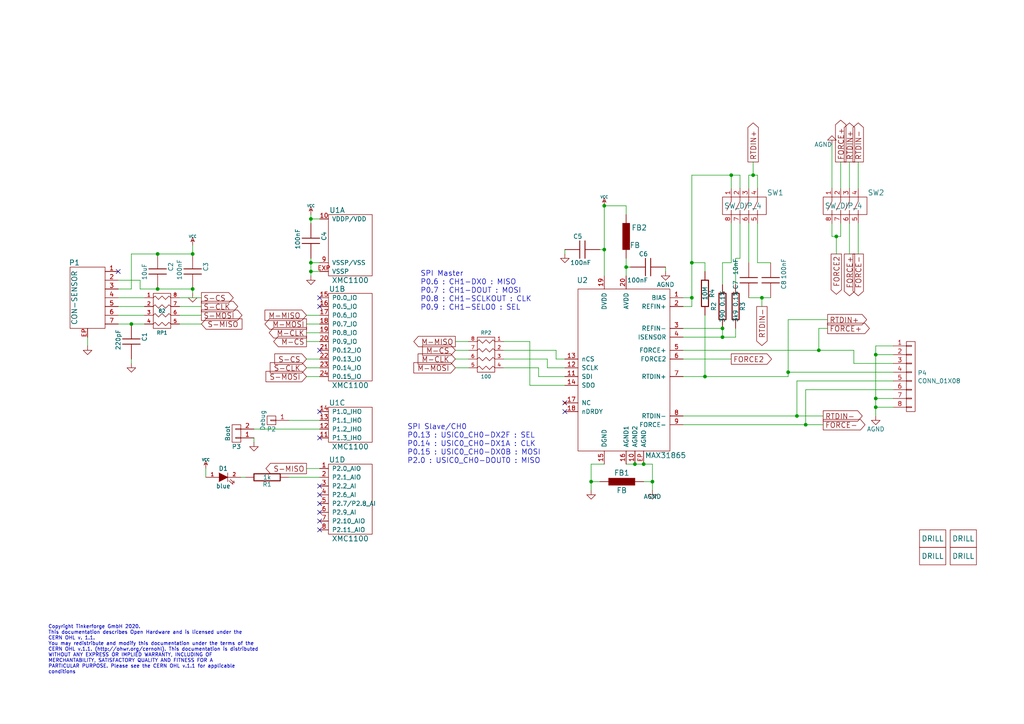
<source format=kicad_sch>
(kicad_sch (version 20211123) (generator eeschema)
  (paper "A4")
  (title_block (title "Industrial PTC Bricklet") (date "2022-12-12") (rev "1.1") (company "Tinkerforge GmbH") (comment 1 "Licensed under CERN OHL v.1.1") (comment 2 "Copyright (©) 2020, T.Schneidermann <tim@tinkerforge.com>"))
  (lib_symbols
    (symbol "tinkerforge:AGND" (power) (pin_names (offset 0))
      (property "Value" "AGND" (at 0 -5.08 0))
      (symbol "AGND_0_1"
        (polyline (pts (xy 0 0) (xy 0 -1.27) (xy 1.27 -1.27) (xy 0 -2.54) (xy -1.27 -1.27) (xy 0 -1.27)))
      )
      (symbol "AGND_1_1"
        (pin power_in line (at 0 0 270) (length 0) hide (name "AGND") (number "1"))
      )
    )
    (symbol "tinkerforge:C" (pin_numbers hide) (pin_names (offset 0.254))
      (property "Reference" "C" (at 1.27 2.54 0))
      (property "Value" "C" (at 1.27 -2.54 0))
      (symbol "C_0_1"
        (polyline (pts (xy -2.54 -0.762) (xy 2.54 -0.762)) (stroke (width 0.254)))
        (polyline (pts (xy -2.54 0.762) (xy 2.54 0.762)) (stroke (width 0.254)))
      )
      (symbol "C_1_1"
        (pin passive line (at 0 5.08 270) (length 4.318) (name "~") (number "1"))
        (pin passive line (at 0 -5.08 90) (length 4.318) (name "~") (number "2"))
      )
    )
    (symbol "tinkerforge:CON-SENSOR2" (pin_names (offset 1.016))
      (property "Reference" "P" (at -3.81 10.16 0))
      (property "Value" "CON-SENSOR2" (at 3.81 0 90))
      (symbol "CON-SENSOR2_0_1"
        (rectangle (start -5.08 8.89) (end 5.08 -8.89))
      )
      (symbol "CON-SENSOR2_1_1"
        (pin passive line (at -8.89 7.62 0) (length 3.81) (name "~") (number "1"))
        (pin passive line (at -8.89 5.08 0) (length 3.81) (name "~") (number "2"))
        (pin passive line (at -8.89 2.54 0) (length 3.81) (name "~") (number "3"))
        (pin passive line (at -8.89 0 0) (length 3.81) (name "~") (number "4"))
        (pin passive line (at -8.89 -2.54 0) (length 3.81) (name "~") (number "5"))
        (pin passive line (at -8.89 -5.08 0) (length 3.81) (name "~") (number "6"))
        (pin passive line (at -8.89 -7.62 0) (length 3.81) (name "~") (number "7"))
        (pin passive line (at 0 -11.43 90) (length 2.54) (name "~") (number "EP"))
      )
    )
    (symbol "tinkerforge:CONN_01X01" (pin_names (offset 1.016) hide)
      (property "Reference" "P" (at 0 2.54 0))
      (property "Value" "CONN_01X01" (at 2.54 0 90))
      (symbol "CONN_01X01_0_1"
        (rectangle (start -1.27 0.127) (end 0.254 -0.127))
        (rectangle (start -1.27 1.27) (end 1.27 -1.27))
      )
      (symbol "CONN_01X01_1_1"
        (pin passive line (at -5.08 0 0) (length 3.81) (name "P1") (number "1"))
      )
    )
    (symbol "tinkerforge:CONN_01X02" (pin_names (offset 1.016) hide)
      (property "Reference" "P" (at 0 3.81 0))
      (property "Value" "CONN_01X02" (at 2.54 0 90))
      (symbol "CONN_01X02_0_1"
        (rectangle (start -1.27 -1.143) (end 0.254 -1.397))
        (rectangle (start -1.27 1.397) (end 0.254 1.143))
        (rectangle (start -1.27 2.54) (end 1.27 -2.54))
      )
      (symbol "CONN_01X02_1_1"
        (pin passive line (at -5.08 1.27 0) (length 3.81) (name "P1") (number "1"))
        (pin passive line (at -5.08 -1.27 0) (length 3.81) (name "P2") (number "2"))
      )
    )
    (symbol "tinkerforge:CONN_01X08" (pin_names (offset 1.016) hide)
      (property "Reference" "P" (at 0 11.43 0))
      (property "Value" "CONN_01X08" (at 2.54 0 90))
      (symbol "CONN_01X08_0_1"
        (rectangle (start -1.27 -10.16) (end 1.27 10.16))
        (rectangle (start -1.27 -8.763) (end 0.254 -9.017))
        (rectangle (start -1.27 -6.223) (end 0.254 -6.477))
        (rectangle (start -1.27 -3.683) (end 0.254 -3.937))
        (rectangle (start -1.27 -1.143) (end 0.254 -1.397))
        (rectangle (start -1.27 1.397) (end 0.254 1.143))
        (rectangle (start -1.27 3.937) (end 0.254 3.683))
        (rectangle (start -1.27 6.477) (end 0.254 6.223))
        (rectangle (start -1.27 9.017) (end 0.254 8.763))
      )
      (symbol "CONN_01X08_1_1"
        (pin passive line (at -5.08 8.89 0) (length 3.81) (name "P1") (number "1"))
        (pin passive line (at -5.08 6.35 0) (length 3.81) (name "P2") (number "2"))
        (pin passive line (at -5.08 3.81 0) (length 3.81) (name "P3") (number "3"))
        (pin passive line (at -5.08 1.27 0) (length 3.81) (name "P4") (number "4"))
        (pin passive line (at -5.08 -1.27 0) (length 3.81) (name "P5") (number "5"))
        (pin passive line (at -5.08 -3.81 0) (length 3.81) (name "P6") (number "6"))
        (pin passive line (at -5.08 -6.35 0) (length 3.81) (name "P7") (number "7"))
        (pin passive line (at -5.08 -8.89 0) (length 3.81) (name "P8") (number "8"))
      )
    )
    (symbol "tinkerforge:DRILL" (pin_numbers hide) (pin_names (offset 0) hide)
      (property "Value" "DRILL" (at 0 0 0))
      (symbol "DRILL_0_1"
        (rectangle (start -3.81 2.54) (end 3.81 -2.54))
      )
    )
    (symbol "tinkerforge:GND" (power) (pin_names (offset 0))
      (property "Value" "GND" (at 0 -5.08 0))
      (symbol "GND_0_1"
        (polyline (pts (xy 0 0) (xy 0 -1.27) (xy 1.27 -1.27) (xy 0 -2.54) (xy -1.27 -1.27) (xy 0 -1.27)))
      )
      (symbol "GND_1_1"
        (pin power_in line (at 0 0 270) (length 0) hide (name "GND") (number "1"))
      )
    )
    (symbol "tinkerforge:INDUCT" (pin_numbers hide) (pin_names (offset 0))
      (property "Reference" "L" (at 2.032 0 90))
      (property "Value" "INDUCT" (at -2.54 0 90))
      (symbol "INDUCT_0_1"
        (rectangle (start -1.016 3.81) (end 1.016 -3.81) (fill (type outline)))
      )
      (symbol "INDUCT_1_1"
        (pin passive line (at 0 6.35 270) (length 2.54) (name "~") (number "1"))
        (pin passive line (at 0 -6.35 90) (length 2.54) (name "~") (number "2"))
      )
    )
    (symbol "tinkerforge:LED" (pin_names (offset 1.016) hide)
      (property "Reference" "D" (at 0 2.54 0))
      (property "Value" "LED" (at 0 -2.54 0))
      (symbol "LED_0_1"
        (polyline (pts (xy 1.27 1.27) (xy 1.27 -1.27)))
        (polyline (pts (xy -1.27 1.27) (xy 1.27 0) (xy -1.27 -1.27)) (fill (type outline)))
        (polyline (pts (xy 1.651 -1.016) (xy 2.794 -2.032) (xy 2.667 -1.397)))
        (polyline (pts (xy 2.032 -0.635) (xy 3.175 -1.651) (xy 3.048 -1.016)))
      )
      (symbol "LED_1_1"
        (pin passive line (at -5.08 0 0) (length 3.81) (name "A") (number "1"))
        (pin passive line (at 5.08 0 180) (length 3.81) (name "K") (number "2"))
      )
    )
    (symbol "tinkerforge:MAX31865" (pin_names (offset 1.016))
      (property "Reference" "U" (at -11.43 26.67 0))
      (property "Value" "MAX31865" (at 12.7 -24.13 0))
      (symbol "MAX31865_0_1"
        (rectangle (start -12.7 24.13) (end 13.97 -22.86))
      )
      (symbol "MAX31865_1_1"
        (pin passive line (at 17.78 21.59 180) (length 3.81) (name "BIAS") (number "1"))
        (pin passive line (at 3.81 -26.67 90) (length 3.81) (name "AGND2") (number "10"))
        (pin passive line (at -16.51 -1.27 0) (length 3.81) (name "SDI") (number "11"))
        (pin passive line (at -16.51 1.27 0) (length 3.81) (name "SCLK") (number "12"))
        (pin passive line (at -16.51 3.81 0) (length 3.81) (name "nCS") (number "13"))
        (pin passive line (at -16.51 -3.81 0) (length 3.81) (name "SDO") (number "14"))
        (pin passive line (at -5.08 -26.67 90) (length 3.81) (name "DGND") (number "15"))
        (pin passive line (at 1.27 -26.67 90) (length 3.81) (name "AGND1") (number "16"))
        (pin no_connect line (at -16.51 -8.89 0) (length 3.81) (name "NC") (number "17"))
        (pin passive line (at -16.51 -11.43 0) (length 3.81) (name "nDRDY") (number "18"))
        (pin passive line (at -5.08 27.94 270) (length 3.81) (name "DVDD") (number "19"))
        (pin passive line (at 17.78 19.05 180) (length 3.81) (name "REFIN+") (number "2"))
        (pin passive line (at 1.27 27.94 270) (length 3.81) (name "AVDD") (number "20"))
        (pin passive line (at 17.78 12.7 180) (length 3.81) (name "REFIN-") (number "3"))
        (pin passive line (at 17.78 10.16 180) (length 3.81) (name "ISENSOR") (number "4"))
        (pin passive line (at 17.78 6.35 180) (length 3.81) (name "FORCE+") (number "5"))
        (pin passive line (at 17.78 3.81 180) (length 3.81) (name "FORCE2") (number "6"))
        (pin passive line (at 17.78 -1.27 180) (length 3.81) (name "RTDIN+") (number "7"))
        (pin passive line (at 17.78 -12.7 180) (length 3.81) (name "RTDIN-") (number "8"))
        (pin passive line (at 17.78 -15.24 180) (length 3.81) (name "FORCE-") (number "9"))
        (pin passive line (at 6.35 -26.67 90) (length 3.81) (name "AGND") (number "EP"))
      )
    )
    (symbol "tinkerforge:R" (pin_numbers hide) (pin_names (offset 0))
      (property "Reference" "R" (at 2.032 0 90))
      (property "Value" "R" (at 0 0 90))
      (symbol "R_0_1"
        (rectangle (start -1.016 3.81) (end 1.016 -3.81) (stroke (width 0.3048)))
      )
      (symbol "R_1_1"
        (pin passive line (at 0 6.35 270) (length 2.54) (name "~") (number "1"))
        (pin passive line (at 0 -6.35 90) (length 2.54) (name "~") (number "2"))
      )
    )
    (symbol "tinkerforge:R_PACK4" (pin_names hide)
      (property "Reference" "RP" (at 0 11.43 0))
      (property "Value" "R_PACK4" (at 0 -1.27 0))
      (symbol "R_PACK4_0_1"
        (polyline (pts (xy -2.54 10.16) (xy -2.54 0) (xy 2.54 0) (xy 2.54 10.16) (xy -2.54 10.16)))
        (polyline (pts (xy -2.54 1.27) (xy -2.032 1.778) (xy -1.016 0.762) (xy 0 1.778) (xy 1.016 0.762) (xy 2.032 1.778) (xy 2.54 1.27)))
        (polyline (pts (xy -2.54 3.81) (xy -2.032 4.318) (xy -1.016 3.302) (xy 0 4.318) (xy 1.016 3.302) (xy 2.032 4.318) (xy 2.54 3.81)))
        (polyline (pts (xy -2.54 6.35) (xy -2.032 6.858) (xy -1.016 5.842) (xy 0 6.858) (xy 1.016 5.842) (xy 2.032 6.858) (xy 2.54 6.35)))
        (polyline (pts (xy -2.54 8.89) (xy -2.032 9.398) (xy -1.016 8.382) (xy 0 9.398) (xy 1.016 8.382) (xy 2.032 9.398) (xy 2.54 8.89)))
      )
      (symbol "R_PACK4_1_1"
        (pin passive line (at -5.08 8.89 0) (length 2.54) (name "P1") (number "1"))
        (pin passive line (at -5.08 6.35 0) (length 2.54) (name "P2") (number "2"))
        (pin passive line (at -5.08 3.81 0) (length 2.54) (name "P3") (number "3"))
        (pin passive line (at -5.08 1.27 0) (length 2.54) (name "P4") (number "4"))
        (pin passive line (at 5.08 1.27 180) (length 2.54) (name "R4") (number "5"))
        (pin passive line (at 5.08 3.81 180) (length 2.54) (name "R3") (number "6"))
        (pin passive line (at 5.08 6.35 180) (length 2.54) (name "R2") (number "7"))
        (pin passive line (at 5.08 8.89 180) (length 2.54) (name "R1") (number "8"))
      )
    )
    (symbol "tinkerforge:SW_DIP_4" (pin_names (offset 1.016))
      (property "Reference" "SW" (at -1.27 7.62 0))
      (property "Value" "SW_DIP_4" (at 0 -7.62 0))
      (symbol "SW_DIP_4_0_1"
        (rectangle (start -2.54 6.35) (end 2.54 -6.35))
        (polyline (pts (xy 2.54 -3.81) (xy 1.27 -3.81)))
        (polyline (pts (xy 2.54 -1.27) (xy 1.27 -1.27)))
        (polyline (pts (xy 2.54 1.27) (xy 1.27 1.27)))
        (polyline (pts (xy 2.54 3.81) (xy 1.27 3.81)))
        (polyline (pts (xy -2.54 -3.81) (xy -1.27 -3.81) (xy 1.27 -2.54)))
        (polyline (pts (xy -2.54 -1.27) (xy -1.27 -1.27) (xy 1.27 0)))
        (polyline (pts (xy -2.54 1.27) (xy -1.27 1.27) (xy 1.27 2.54)))
        (polyline (pts (xy -2.54 3.81) (xy -1.27 3.81) (xy 1.27 5.08)))
      )
      (symbol "SW_DIP_4_1_1"
        (pin passive line (at -5.08 3.81 0) (length 2.54) (name "~") (number "1"))
        (pin passive line (at -5.08 1.27 0) (length 2.54) (name "~") (number "2"))
        (pin passive line (at -5.08 -1.27 0) (length 2.54) (name "~") (number "3"))
        (pin passive line (at -5.08 -3.81 0) (length 2.54) (name "~") (number "4"))
        (pin passive line (at 5.08 -3.81 180) (length 2.54) (name "~") (number "5"))
        (pin passive line (at 5.08 -1.27 180) (length 2.54) (name "~") (number "6"))
        (pin passive line (at 5.08 1.27 180) (length 2.54) (name "~") (number "7"))
        (pin passive line (at 5.08 3.81 180) (length 2.54) (name "~") (number "8"))
      )
    )
    (symbol "tinkerforge:VCC" (power) (pin_names (offset 0))
      (property "Value" "VCC" (at 0 3.175 0))
      (symbol "VCC_0_0"
        (pin power_in line (at 0 0 90) (length 0) hide (name "VCC") (number "1"))
      )
      (symbol "VCC_0_1"
        (polyline (pts (xy 0 1.524) (xy 0 0)))
        (polyline (pts (xy 0 1.524) (xy 0.508 1.016) (xy 0 2.286) (xy -0.508 1.016) (xy 0 1.524) (xy 0 1.524)))
      )
    )
    (symbol "tinkerforge:XMC1XXX24" (pin_names (offset 1.016))
      (property "Reference" "U" (at -3.81 15.24 0))
      (property "Value" "XMC1XXX24" (at 0 -16.51 0))
      (symbol "XMC1XXX24_1_1"
        (rectangle (start -6.35 8.89) (end 6.35 -8.89))
        (pin passive line (at -8.89 7.62 0) (length 2.54) (name "VDDP/VDD") (number "10"))
        (pin passive line (at -8.89 -5.08 0) (length 2.54) (name "VSSP/VSS") (number "9"))
        (pin passive line (at -8.89 -7.62 0) (length 2.54) (name "VSSP") (number "EXP"))
      )
      (symbol "XMC1XXX24_2_1"
        (rectangle (start -6.35 12.7) (end 6.35 -12.7))
        (pin passive line (at -8.89 11.43 0) (length 2.54) (name "P0.0_IO") (number "15"))
        (pin passive line (at -8.89 8.89 0) (length 2.54) (name "P0.5_IO") (number "16"))
        (pin passive line (at -8.89 6.35 0) (length 2.54) (name "P0.6_IO") (number "17"))
        (pin passive line (at -8.89 3.81 0) (length 2.54) (name "P0.7_IO") (number "18"))
        (pin passive line (at -8.89 1.27 0) (length 2.54) (name "P0.8_IO") (number "19"))
        (pin passive line (at -8.89 -1.27 0) (length 2.54) (name "P0.9_IO") (number "20"))
        (pin passive line (at -8.89 -3.81 0) (length 2.54) (name "P0.12_IO") (number "21"))
        (pin passive line (at -8.89 -6.35 0) (length 2.54) (name "P0.13_IO") (number "22"))
        (pin passive line (at -8.89 -8.89 0) (length 2.54) (name "P0.14_IO") (number "23"))
        (pin passive line (at -8.89 -11.43 0) (length 2.54) (name "P0.15_IO") (number "24"))
      )
      (symbol "XMC1XXX24_3_1"
        (rectangle (start -6.35 5.08) (end 6.35 -5.08))
        (pin passive line (at -8.89 -3.81 0) (length 2.54) (name "P1.3_IHO") (number "11"))
        (pin passive line (at -8.89 -1.27 0) (length 2.54) (name "P1.2_IHO") (number "12"))
        (pin passive line (at -8.89 1.27 0) (length 2.54) (name "P1.1_IHO") (number "13"))
        (pin passive line (at -8.89 3.81 0) (length 2.54) (name "P1.0_IHO") (number "14"))
      )
      (symbol "XMC1XXX24_4_1"
        (rectangle (start -6.35 10.16) (end 6.35 -10.16))
        (pin passive line (at -8.89 8.89 0) (length 2.54) (name "P2.0_AIO") (number "1"))
        (pin passive line (at -8.89 6.35 0) (length 2.54) (name "P2.1_AIO") (number "2"))
        (pin passive line (at -8.89 3.81 0) (length 2.54) (name "P2.2_AI") (number "3"))
        (pin passive line (at -8.89 1.27 0) (length 2.54) (name "P2.6_AI") (number "4"))
        (pin passive line (at -8.89 -1.27 0) (length 2.54) (name "P2.7/P2.8_AI") (number "5"))
        (pin passive line (at -8.89 -3.81 0) (length 2.54) (name "P2.9_AI") (number "6"))
        (pin passive line (at -8.89 -6.35 0) (length 2.54) (name "P2.10_AIO") (number "7"))
        (pin passive line (at -8.89 -8.89 0) (length 2.54) (name "P2.11_AIO") (number "8"))
      )
    )
  )
  (junction (at 45.72 73.66))
  (junction (at 175.26 59.69))
  (junction (at 184.15 134.62))
  (junction (at 38.1 93.98))
  (junction (at 209.55 97.79))
  (junction (at 220.98 86.36))
  (junction (at 45.72 83.82))
  (junction (at 55.88 73.66))
  (junction (at 237.49 101.6))
  (junction (at 242.57 68.58))
  (junction (at 171.45 139.7))
  (junction (at 175.26 72.39))
  (junction (at 200.66 86.36))
  (junction (at 233.68 123.19))
  (junction (at 189.23 139.7))
  (junction (at 231.14 120.65))
  (junction (at 90.17 78.74))
  (junction (at 209.55 95.25))
  (junction (at 186.69 134.62))
  (junction (at 254 115.57))
  (junction (at 254 118.11))
  (junction (at 200.66 76.2))
  (junction (at 90.17 63.5))
  (junction (at 90.17 76.2))
  (junction (at 254 102.87))
  (junction (at 218.44 50.8))
  (junction (at 204.47 109.22))
  (junction (at 228.6 107.95))
  (junction (at 55.88 83.82))
  (junction (at 212.09 50.8))
  (junction (at 181.61 77.47))
  (no_connect (at 92.71 153.67))
  (no_connect (at 92.71 86.36))
  (no_connect (at 92.71 151.13))
  (no_connect (at 34.29 78.74))
  (no_connect (at 163.83 119.38))
  (no_connect (at 92.71 146.05))
  (no_connect (at 92.71 88.9))
  (no_connect (at 92.71 140.97))
  (no_connect (at 92.71 127))
  (no_connect (at 163.83 116.84))
  (no_connect (at 92.71 143.51))
  (no_connect (at 92.71 119.38))
  (no_connect (at 92.71 101.6))
  (no_connect (at 92.71 148.59))
  (wire (pts (xy 132.08 99.06) (xy 135.89 99.06)))
  (wire (pts (xy 233.68 123.19) (xy 233.68 113.03)))
  (wire (pts (xy 83.82 138.43) (xy 92.71 138.43)))
  (wire (pts (xy 193.04 78.74) (xy 193.04 77.47)))
  (wire (pts (xy 198.12 104.14) (xy 212.09 104.14)))
  (wire (pts (xy 223.52 86.36) (xy 220.98 86.36)))
  (wire (pts (xy 247.65 101.6) (xy 247.65 105.41)))
  (wire (pts (xy 90.17 63.5) (xy 90.17 64.77)))
  (wire (pts (xy 200.66 86.36) (xy 198.12 86.36)))
  (wire (pts (xy 238.76 123.19) (xy 233.68 123.19)))
  (wire (pts (xy 213.36 82.55) (xy 213.36 74.93)))
  (wire (pts (xy 220.98 88.9) (xy 220.98 86.36)))
  (wire (pts (xy 241.3 68.58) (xy 242.57 68.58)))
  (wire (pts (xy 58.42 91.44) (xy 52.07 91.44)))
  (wire (pts (xy 189.23 142.24) (xy 189.23 139.7)))
  (wire (pts (xy 73.66 128.27) (xy 73.66 127)))
  (wire (pts (xy 171.45 134.62) (xy 171.45 139.7)))
  (wire (pts (xy 55.88 85.09) (xy 55.88 83.82)))
  (wire (pts (xy 163.83 73.66) (xy 163.83 72.39)))
  (wire (pts (xy 259.08 107.95) (xy 228.6 107.95)))
  (wire (pts (xy 189.23 139.7) (xy 189.23 134.62)))
  (wire (pts (xy 175.26 134.62) (xy 171.45 134.62)))
  (wire (pts (xy 228.6 92.71) (xy 240.03 92.71)))
  (wire (pts (xy 247.65 105.41) (xy 259.08 105.41)))
  (wire (pts (xy 209.55 97.79) (xy 198.12 97.79)))
  (wire (pts (xy 200.66 50.8) (xy 212.09 50.8)))
  (wire (pts (xy 212.09 76.2) (xy 209.55 76.2)))
  (wire (pts (xy 92.71 63.5) (xy 90.17 63.5)))
  (wire (pts (xy 90.17 74.93) (xy 90.17 76.2)))
  (wire (pts (xy 209.55 76.2) (xy 209.55 82.55)))
  (wire (pts (xy 220.98 86.36) (xy 217.17 86.36)))
  (wire (pts (xy 219.71 76.2) (xy 223.52 76.2)))
  (wire (pts (xy 132.08 101.6) (xy 135.89 101.6)))
  (wire (pts (xy 228.6 92.71) (xy 228.6 107.95)))
  (wire (pts (xy 204.47 76.2) (xy 200.66 76.2)))
  (wire (pts (xy 83.82 121.92) (xy 92.71 121.92)))
  (wire (pts (xy 41.91 91.44) (xy 34.29 91.44)))
  (wire (pts (xy 181.61 59.69) (xy 181.61 62.23)))
  (wire (pts (xy 214.63 50.8) (xy 214.63 54.61)))
  (wire (pts (xy 213.36 95.25) (xy 213.36 97.79)))
  (wire (pts (xy 38.1 73.66) (xy 38.1 83.82)))
  (wire (pts (xy 158.75 106.68) (xy 158.75 104.14)))
  (wire (pts (xy 158.75 104.14) (xy 146.05 104.14)))
  (wire (pts (xy 38.1 93.98) (xy 41.91 93.98)))
  (wire (pts (xy 254 118.11) (xy 254 120.65)))
  (wire (pts (xy 88.9 109.22) (xy 92.71 109.22)))
  (wire (pts (xy 246.38 73.66) (xy 246.38 64.77)))
  (wire (pts (xy 92.71 124.46) (xy 73.66 124.46)))
  (wire (pts (xy 248.92 73.66) (xy 248.92 64.77)))
  (wire (pts (xy 214.63 64.77) (xy 214.63 74.93)))
  (wire (pts (xy 198.12 109.22) (xy 204.47 109.22)))
  (wire (pts (xy 34.29 88.9) (xy 41.91 88.9)))
  (wire (pts (xy 175.26 72.39) (xy 175.26 59.69)))
  (wire (pts (xy 163.83 106.68) (xy 158.75 106.68)))
  (wire (pts (xy 243.84 68.58) (xy 243.84 64.77)))
  (wire (pts (xy 45.72 73.66) (xy 55.88 73.66)))
  (wire (pts (xy 58.42 86.36) (xy 52.07 86.36)))
  (wire (pts (xy 212.09 64.77) (xy 212.09 76.2)))
  (wire (pts (xy 92.71 96.52) (xy 88.9 96.52)))
  (wire (pts (xy 52.07 93.98) (xy 58.42 93.98)))
  (wire (pts (xy 237.49 101.6) (xy 237.49 95.25)))
  (wire (pts (xy 52.07 88.9) (xy 58.42 88.9)))
  (wire (pts (xy 156.21 109.22) (xy 156.21 106.68)))
  (wire (pts (xy 198.12 101.6) (xy 237.49 101.6)))
  (wire (pts (xy 90.17 76.2) (xy 92.71 76.2)))
  (wire (pts (xy 175.26 80.01) (xy 175.26 72.39)))
  (wire (pts (xy 233.68 123.19) (xy 198.12 123.19)))
  (wire (pts (xy 90.17 76.2) (xy 90.17 78.74)))
  (wire (pts (xy 242.57 68.58) (xy 242.57 73.66)))
  (wire (pts (xy 209.55 95.25) (xy 198.12 95.25)))
  (wire (pts (xy 38.1 105.41) (xy 38.1 104.14)))
  (wire (pts (xy 237.49 101.6) (xy 247.65 101.6)))
  (wire (pts (xy 259.08 100.33) (xy 254 100.33)))
  (wire (pts (xy 200.66 86.36) (xy 200.66 88.9)))
  (wire (pts (xy 34.29 93.98) (xy 38.1 93.98)))
  (wire (pts (xy 161.29 104.14) (xy 161.29 101.6)))
  (wire (pts (xy 153.67 99.06) (xy 146.05 99.06)))
  (wire (pts (xy 92.71 106.68) (xy 88.9 106.68)))
  (wire (pts (xy 186.69 134.62) (xy 184.15 134.62)))
  (wire (pts (xy 184.15 134.62) (xy 181.61 134.62)))
  (wire (pts (xy 163.83 104.14) (xy 161.29 104.14)))
  (wire (pts (xy 38.1 73.66) (xy 45.72 73.66)))
  (wire (pts (xy 217.17 64.77) (xy 217.17 76.2)))
  (wire (pts (xy 241.3 41.91) (xy 241.3 54.61)))
  (wire (pts (xy 156.21 106.68) (xy 146.05 106.68)))
  (wire (pts (xy 254 118.11) (xy 259.08 118.11)))
  (wire (pts (xy 181.61 77.47) (xy 181.61 80.01)))
  (wire (pts (xy 204.47 109.22) (xy 228.6 109.22)))
  (wire (pts (xy 254 102.87) (xy 254 115.57)))
  (wire (pts (xy 248.92 46.99) (xy 248.92 54.61)))
  (wire (pts (xy 213.36 97.79) (xy 209.55 97.79)))
  (wire (pts (xy 200.66 88.9) (xy 198.12 88.9)))
  (wire (pts (xy 88.9 99.06) (xy 92.71 99.06)))
  (wire (pts (xy 34.29 81.28) (xy 40.64 81.28)))
  (wire (pts (xy 204.47 78.74) (xy 204.47 76.2)))
  (wire (pts (xy 92.71 78.74) (xy 90.17 78.74)))
  (wire (pts (xy 92.71 91.44) (xy 88.9 91.44)))
  (wire (pts (xy 135.89 104.14) (xy 132.08 104.14)))
  (wire (pts (xy 171.45 139.7) (xy 173.99 139.7)))
  (wire (pts (xy 175.26 72.39) (xy 173.99 72.39)))
  (wire (pts (xy 238.76 120.65) (xy 231.14 120.65)))
  (wire (pts (xy 242.57 68.58) (xy 243.84 68.58)))
  (wire (pts (xy 237.49 95.25) (xy 240.03 95.25)))
  (wire (pts (xy 228.6 109.22) (xy 228.6 107.95)))
  (wire (pts (xy 254 100.33) (xy 254 102.87)))
  (wire (pts (xy 212.09 54.61) (xy 212.09 50.8)))
  (wire (pts (xy 45.72 83.82) (xy 40.64 83.82)))
  (wire (pts (xy 38.1 83.82) (xy 34.29 83.82)))
  (wire (pts (xy 88.9 93.98) (xy 92.71 93.98)))
  (wire (pts (xy 218.44 46.99) (xy 218.44 50.8)))
  (wire (pts (xy 132.08 106.68) (xy 135.89 106.68)))
  (wire (pts (xy 92.71 135.89) (xy 88.9 135.89)))
  (wire (pts (xy 259.08 102.87) (xy 254 102.87)))
  (wire (pts (xy 163.83 109.22) (xy 156.21 109.22)))
  (wire (pts (xy 200.66 50.8) (xy 200.66 76.2)))
  (wire (pts (xy 204.47 91.44) (xy 204.47 109.22)))
  (wire (pts (xy 231.14 120.65) (xy 198.12 120.65)))
  (wire (pts (xy 254 115.57) (xy 254 118.11)))
  (wire (pts (xy 55.88 83.82) (xy 45.72 83.82)))
  (wire (pts (xy 213.36 74.93) (xy 214.63 74.93)))
  (wire (pts (xy 243.84 46.99) (xy 243.84 54.61)))
  (wire (pts (xy 153.67 111.76) (xy 153.67 99.06)))
  (wire (pts (xy 200.66 76.2) (xy 200.66 86.36)))
  (wire (pts (xy 241.3 64.77) (xy 241.3 68.58)))
  (wire (pts (xy 217.17 50.8) (xy 218.44 50.8)))
  (wire (pts (xy 88.9 104.14) (xy 92.71 104.14)))
  (wire (pts (xy 217.17 54.61) (xy 217.17 50.8)))
  (wire (pts (xy 90.17 78.74) (xy 90.17 80.01)))
  (wire (pts (xy 59.69 135.89) (xy 59.69 138.43)))
  (wire (pts (xy 259.08 113.03) (xy 233.68 113.03)))
  (wire (pts (xy 186.69 139.7) (xy 189.23 139.7)))
  (wire (pts (xy 40.64 83.82) (xy 40.64 81.28)))
  (wire (pts (xy 25.4 100.33) (xy 25.4 97.79)))
  (wire (pts (xy 41.91 86.36) (xy 34.29 86.36)))
  (wire (pts (xy 231.14 110.49) (xy 231.14 120.65)))
  (wire (pts (xy 71.12 138.43) (xy 69.85 138.43)))
  (wire (pts (xy 161.29 101.6) (xy 146.05 101.6)))
  (wire (pts (xy 219.71 50.8) (xy 219.71 54.61)))
  (wire (pts (xy 171.45 139.7) (xy 171.45 142.24)))
  (wire (pts (xy 175.26 59.69) (xy 181.61 59.69)))
  (wire (pts (xy 218.44 50.8) (xy 219.71 50.8)))
  (wire (pts (xy 181.61 77.47) (xy 182.88 77.47)))
  (wire (pts (xy 259.08 110.49) (xy 231.14 110.49)))
  (wire (pts (xy 55.88 73.66) (xy 55.88 71.12)))
  (wire (pts (xy 246.38 46.99) (xy 246.38 54.61)))
  (wire (pts (xy 212.09 50.8) (xy 214.63 50.8)))
  (wire (pts (xy 189.23 134.62) (xy 186.69 134.62)))
  (wire (pts (xy 219.71 64.77) (xy 219.71 76.2)))
  (wire (pts (xy 259.08 115.57) (xy 254 115.57)))
  (wire (pts (xy 90.17 62.23) (xy 90.17 63.5)))
  (wire (pts (xy 181.61 74.93) (xy 181.61 77.47)))
  (wire (pts (xy 209.55 97.79) (xy 209.55 95.25)))
  (wire (pts (xy 163.83 111.76) (xy 153.67 111.76)))
  (text "SPI Master\nP0.6 : CH1-DX0 : MISO\nP0.7 : CH1-DOUT : MOSI\nP0.8 : CH1-SCLKOUT : CLK\nP0.9 : CH1-SELO0 : SEL" (at 121.92 90.17 0) (effects (font (size 1.524 1.524)) (justify left bottom)))
  (text "Copyright Tinkerforge GmbH 2020.\nThis documentation describes Open Hardware and is licensed under the\nCERN OHL v. 1.1.\nYou may redistribute and modify this documentation under the terms of the\nCERN OHL v.1.1. (http://ohwr.org/cernohl). This documentation is distributed\nWITHOUT ANY EXPRESS OR IMPLIED WARRANTY, INCLUDING OF\nMERCHANTABILITY, SATISFACTORY QUALITY AND FITNESS FOR A\nPARTICULAR PURPOSE. Please see the CERN OHL v.1.1 for applicable\nconditions\n" (at 13.97 195.58 0) (effects (font (size 1.016 1.016)) (justify left bottom)))
  (text "SPI Slave/CH0\nP0.13 : USIC0_CH0-DX2F : SEL\nP0.14 : USIC0_CH0-DX1A : CLK\nP0.15 : USIC0_CH0-DX0B : MOSI\nP2.0 : USIC0_CH0-DOUT0 : MISO" (at 118.11 134.62 0) (effects (font (size 1.524 1.524)) (justify left bottom)))
  (global_label "M-CLK" (shape output) (at 88.9 96.52 180) (effects (font (size 1.524 1.524))) (property "Intersheet References" "${INTERSHEET_REFS}" (effects hide)))
  (global_label "M-MOSI" (shape output) (at 88.9 93.98 180) (effects (font (size 1.524 1.524))) (property "Intersheet References" "${INTERSHEET_REFS}" (effects hide)))
  (global_label "S-CS" (shape input) (at 88.9 104.14 180) (effects (font (size 1.524 1.524))) (property "Intersheet References" "${INTERSHEET_REFS}" (effects hide)))
  (global_label "FORCE+" (shape output) (at 243.84 46.99 90) (effects (font (size 1.524 1.524))) (property "Intersheet References" "${INTERSHEET_REFS}" (effects hide)))
  (global_label "S-CLK" (shape output) (at 58.42 88.9 0) (effects (font (size 1.524 1.524))) (property "Intersheet References" "${INTERSHEET_REFS}" (effects hide)))
  (global_label "M-CS" (shape output) (at 88.9 99.06 180) (effects (font (size 1.524 1.524))) (property "Intersheet References" "${INTERSHEET_REFS}" (effects hide)))
  (global_label "RTDIN-" (shape output) (at 220.98 88.9 270) (effects (font (size 1.524 1.524))) (property "Intersheet References" "${INTERSHEET_REFS}" (effects hide)))
  (global_label "S-MOSI" (shape input) (at 88.9 109.22 180) (effects (font (size 1.524 1.524))) (property "Intersheet References" "${INTERSHEET_REFS}" (effects hide)))
  (global_label "S-CS" (shape output) (at 58.42 86.36 0) (effects (font (size 1.524 1.524))) (property "Intersheet References" "${INTERSHEET_REFS}" (effects hide)))
  (global_label "M-MISO" (shape input) (at 88.9 91.44 180) (effects (font (size 1.524 1.524))) (property "Intersheet References" "${INTERSHEET_REFS}" (effects hide)))
  (global_label "RTDIN+" (shape output) (at 240.03 92.71 0) (effects (font (size 1.524 1.524))) (property "Intersheet References" "${INTERSHEET_REFS}" (effects hide)))
  (global_label "M-MOSI" (shape input) (at 132.08 106.68 180) (effects (font (size 1.524 1.524))) (property "Intersheet References" "${INTERSHEET_REFS}" (effects hide)))
  (global_label "S-MISO" (shape output) (at 88.9 135.89 180) (effects (font (size 1.524 1.524))) (property "Intersheet References" "${INTERSHEET_REFS}" (effects hide)))
  (global_label "RTDIN-" (shape output) (at 248.92 46.99 90) (effects (font (size 1.524 1.524))) (property "Intersheet References" "${INTERSHEET_REFS}" (effects hide)))
  (global_label "S-MOSI" (shape output) (at 58.42 91.44 0) (effects (font (size 1.524 1.524))) (property "Intersheet References" "${INTERSHEET_REFS}" (effects hide)))
  (global_label "S-MISO" (shape input) (at 58.42 93.98 0) (effects (font (size 1.524 1.524))) (property "Intersheet References" "${INTERSHEET_REFS}" (effects hide)))
  (global_label "M-CLK" (shape input) (at 132.08 104.14 180) (effects (font (size 1.524 1.524))) (property "Intersheet References" "${INTERSHEET_REFS}" (effects hide)))
  (global_label "RTDIN+" (shape output) (at 246.38 46.99 90) (effects (font (size 1.524 1.524))) (property "Intersheet References" "${INTERSHEET_REFS}" (effects hide)))
  (global_label "FORCE+" (shape output) (at 240.03 95.25 0) (effects (font (size 1.524 1.524))) (property "Intersheet References" "${INTERSHEET_REFS}" (effects hide)))
  (global_label "S-CLK" (shape input) (at 88.9 106.68 180) (effects (font (size 1.524 1.524))) (property "Intersheet References" "${INTERSHEET_REFS}" (effects hide)))
  (global_label "RTDIN-" (shape output) (at 238.76 120.65 0) (effects (font (size 1.524 1.524))) (property "Intersheet References" "${INTERSHEET_REFS}" (effects hide)))
  (global_label "FORCE+" (shape output) (at 246.38 73.66 270) (effects (font (size 1.524 1.524))) (property "Intersheet References" "${INTERSHEET_REFS}" (effects hide)))
  (global_label "M-MISO" (shape output) (at 132.08 99.06 180) (effects (font (size 1.524 1.524))) (property "Intersheet References" "${INTERSHEET_REFS}" (effects hide)))
  (global_label "FORCE2" (shape output) (at 242.57 73.66 270) (effects (font (size 1.524 1.524))) (property "Intersheet References" "${INTERSHEET_REFS}" (effects hide)))
  (global_label "FORCE-" (shape output) (at 248.92 73.66 270) (effects (font (size 1.524 1.524))) (property "Intersheet References" "${INTERSHEET_REFS}" (effects hide)))
  (global_label "RTDIN+" (shape output) (at 218.44 46.99 90) (effects (font (size 1.524 1.524))) (property "Intersheet References" "${INTERSHEET_REFS}" (effects hide)))
  (global_label "FORCE-" (shape output) (at 238.76 123.19 0) (effects (font (size 1.524 1.524))) (property "Intersheet References" "${INTERSHEET_REFS}" (effects hide)))
  (global_label "M-CS" (shape input) (at 132.08 101.6 180) (effects (font (size 1.524 1.524))) (property "Intersheet References" "${INTERSHEET_REFS}" (effects hide)))
  (global_label "FORCE2" (shape output) (at 212.09 104.14 0) (effects (font (size 1.524 1.524))) (property "Intersheet References" "${INTERSHEET_REFS}" (effects hide)))
  (symbol (lib_id "tinkerforge:CON-SENSOR2") (at 25.4 86.36 0) (mirror y) (unit 1)
    (property "Reference" "P1" (at 21.59 76.2 0) (effects (font (size 1.524 1.524))))
    (property "Value" "CON-SENSOR" (at 21.59 86.36 90) (effects (font (size 1.524 1.524))))
    (property "Footprint" "kicad-libraries:CON-SENSOR2" (effects hide))
  )
  (symbol (lib_id "tinkerforge:GND") (at 25.4 100.33 0) (unit 1)
    (property "Reference" "#PWR09" (effects hide))
    (property "Value" "GND" (effects hide))
  )
  (symbol (lib_id "tinkerforge:GND") (at 55.88 85.09 0) (unit 1)
    (property "Reference" "#PWR08" (effects hide))
    (property "Value" "GND" (effects hide))
  )
  (symbol (lib_id "tinkerforge:VCC") (at 55.88 71.12 0) (unit 1)
    (property "Reference" "#PWR07" (effects hide))
    (property "Value" "VCC" (at 55.88 68.58 0) (effects (font (size 0.762 0.762))))
  )
  (symbol (lib_id "tinkerforge:DRILL") (at 279.4 156.21 0) (unit 1)
    (property "Reference" "U5" (effects hide))
    (property "Value" "DRILL" (at 279.4 156.21 0) (effects (font (size 1.524 1.524))))
    (property "Footprint" "kicad-libraries:DRILL_NP" (effects hide))
  )
  (symbol (lib_id "tinkerforge:DRILL") (at 279.4 161.29 0) (unit 1)
    (property "Reference" "U6" (effects hide))
    (property "Value" "DRILL" (at 279.4 161.29 0) (effects (font (size 1.524 1.524))))
    (property "Footprint" "kicad-libraries:DRILL_NP" (effects hide))
  )
  (symbol (lib_id "tinkerforge:DRILL") (at 270.51 161.29 0) (unit 1)
    (property "Reference" "U4" (effects hide))
    (property "Value" "DRILL" (at 270.51 161.29 0) (effects (font (size 1.524 1.524))))
    (property "Footprint" "kicad-libraries:DRILL_NP" (effects hide))
  )
  (symbol (lib_id "tinkerforge:DRILL") (at 270.51 156.21 0) (unit 1)
    (property "Reference" "U3" (effects hide))
    (property "Value" "DRILL" (at 270.51 156.21 0) (effects (font (size 1.524 1.524))))
    (property "Footprint" "kicad-libraries:DRILL_NP" (effects hide))
  )
  (symbol (lib_id "tinkerforge:MAX31865") (at 180.34 107.95 0) (unit 1)
    (property "Reference" "U2" (at 168.91 81.28 0) (effects (font (size 1.524 1.524))))
    (property "Value" "MAX31865" (at 193.04 132.08 0) (effects (font (size 1.524 1.524))))
    (property "Footprint" "kicad-libraries:QFN-20-5x5" (effects hide))
  )
  (symbol (lib_id "tinkerforge:R") (at 209.55 88.9 0) (unit 1)
    (property "Reference" "R2" (at 207.01 88.9 90))
    (property "Value" "390 0.1%" (at 209.55 88.9 90))
    (property "Footprint" "kicad-libraries:R0603F" (effects hide))
  )
  (symbol (lib_id "tinkerforge:R") (at 213.36 88.9 0) (unit 1)
    (property "Reference" "R3" (at 215.392 88.9 90))
    (property "Value" "3k9 0.1%" (at 213.36 88.9 90))
    (property "Footprint" "kicad-libraries:R0603F" (effects hide))
  )
  (symbol (lib_id "tinkerforge:VCC") (at 175.26 59.69 0) (unit 1)
    (property "Reference" "#PWR06" (effects hide))
    (property "Value" "VCC" (at 175.26 57.15 0) (effects (font (size 0.762 0.762))))
  )
  (symbol (lib_id "tinkerforge:C") (at 187.96 77.47 90) (unit 1)
    (property "Reference" "C6" (at 187.96 73.66 90) (effects (justify left)))
    (property "Value" "100nF" (at 187.96 81.28 90) (effects (justify left)))
    (property "Footprint" "kicad-libraries:C0603F" (effects hide))
  )
  (symbol (lib_id "tinkerforge:C") (at 168.91 72.39 90) (unit 1)
    (property "Reference" "C5" (at 168.91 68.58 90) (effects (justify left)))
    (property "Value" "100nF" (at 171.45 76.2 90) (effects (justify left)))
    (property "Footprint" "kicad-libraries:C0603F" (effects hide))
  )
  (symbol (lib_id "tinkerforge:AGND") (at 193.04 78.74 0) (unit 1)
    (property "Reference" "#PWR05" (effects hide))
    (property "Value" "AGND" (at 193.04 82.55 0))
  )
  (symbol (lib_id "tinkerforge:GND") (at 163.83 73.66 0) (unit 1)
    (property "Reference" "#PWR04" (effects hide))
    (property "Value" "GND" (effects hide))
  )
  (symbol (lib_id "tinkerforge:AGND") (at 189.23 142.24 0) (unit 1)
    (property "Reference" "#PWR03" (effects hide))
    (property "Value" "AGND" (at 189.23 144.018 0))
  )
  (symbol (lib_id "tinkerforge:GND") (at 171.45 142.24 0) (unit 1)
    (property "Reference" "#PWR02" (effects hide))
    (property "Value" "GND" (effects hide))
  )
  (symbol (lib_id "tinkerforge:INDUCT") (at 180.34 139.7 270) (unit 1)
    (property "Reference" "FB1" (at 180.34 137.16 90) (effects (font (size 1.524 1.524))))
    (property "Value" "FB" (at 180.34 142.24 90) (effects (font (size 1.524 1.524))))
    (property "Footprint" "kicad-libraries:R0603F" (effects hide))
  )
  (symbol (lib_id "tinkerforge:INDUCT") (at 181.61 68.58 0) (unit 1)
    (property "Reference" "FB2" (at 185.42 66.04 0) (effects (font (size 1.524 1.524))))
    (property "Value" "FB" (at 184.15 71.12 0) (effects (font (size 1.524 1.524))))
    (property "Footprint" "kicad-libraries:R0603F" (effects hide))
  )
  (symbol (lib_id "tinkerforge:C") (at 223.52 81.28 180) (unit 1)
    (property "Reference" "C8" (at 227.33 81.28 90) (effects (justify left)))
    (property "Value" "100nF" (at 227.33 74.93 90) (effects (justify left)))
    (property "Footprint" "kicad-libraries:C0603F" (effects hide))
  )
  (symbol (lib_id "tinkerforge:C") (at 217.17 81.28 180) (unit 1)
    (property "Reference" "C7" (at 213.36 81.28 90) (effects (justify left)))
    (property "Value" "10nF" (at 213.36 74.93 90) (effects (justify left)))
    (property "Footprint" "kicad-libraries:C0603F" (effects hide))
  )
  (symbol (lib_id "tinkerforge:AGND") (at 241.3 41.91 180) (unit 1)
    (property "Reference" "#PWR01" (effects hide))
    (property "Value" "AGND" (at 238.76 41.91 0))
  )
  (symbol (lib_id "tinkerforge:R_PACK4") (at 140.97 107.95 0) (mirror y) (unit 1)
    (property "Reference" "RP2" (at 140.97 96.52 0) (effects (font (size 1.016 1.016))))
    (property "Value" "100" (at 140.97 109.22 0) (effects (font (size 1.016 1.016))))
    (property "Footprint" "kicad-libraries:0603X4" (effects hide))
  )
  (symbol (lib_id "tinkerforge:XMC1XXX24") (at 101.6 71.12 0) (unit 1)
    (property "Reference" "U1" (at 97.79 60.96 0) (effects (font (size 1.524 1.524))))
    (property "Value" "XMC1100" (at 101.6 81.28 0) (effects (font (size 1.524 1.524))))
    (property "Footprint" "kicad-libraries:QFN24-4x4mm-0.5mm" (effects hide))
  )
  (symbol (lib_id "tinkerforge:XMC1XXX24") (at 101.6 97.79 0) (unit 2)
    (property "Reference" "U1" (at 97.79 83.82 0) (effects (font (size 1.524 1.524))))
    (property "Value" "XMC1100" (at 101.6 111.76 0) (effects (font (size 1.524 1.524))))
    (property "Footprint" "kicad-libraries:QFN24-4x4mm-0.5mm" (effects hide))
  )
  (symbol (lib_id "tinkerforge:XMC1XXX24") (at 101.6 123.19 0) (unit 3)
    (property "Reference" "U1" (at 97.79 116.84 0) (effects (font (size 1.524 1.524))))
    (property "Value" "XMC1100" (at 101.6 129.54 0) (effects (font (size 1.524 1.524))))
    (property "Footprint" "kicad-libraries:QFN24-4x4mm-0.5mm" (effects hide))
  )
  (symbol (lib_id "tinkerforge:XMC1XXX24") (at 101.6 144.78 0) (unit 4)
    (property "Reference" "U1" (at 97.79 133.35 0) (effects (font (size 1.524 1.524))))
    (property "Value" "XMC1100" (at 101.6 156.21 0) (effects (font (size 1.524 1.524))))
    (property "Footprint" "kicad-libraries:QFN24-4x4mm-0.5mm" (effects hide))
  )
  (symbol (lib_id "tinkerforge:C") (at 55.88 78.74 0) (unit 1)
    (property "Reference" "C3" (at 59.69 78.74 90) (effects (justify left)))
    (property "Value" "100nF" (at 52.07 81.28 90) (effects (justify left)))
    (property "Footprint" "kicad-libraries:C0603F" (effects hide))
  )
  (symbol (lib_id "tinkerforge:C") (at 45.72 78.74 0) (unit 1)
    (property "Reference" "C2" (at 49.53 78.74 90) (effects (justify left)))
    (property "Value" "10uF" (at 41.91 81.28 90) (effects (justify left)))
    (property "Footprint" "kicad-libraries:C0805" (effects hide))
  )
  (symbol (lib_id "tinkerforge:R_PACK4") (at 46.99 95.25 0) (unit 1)
    (property "Reference" "RP1" (at 46.99 96.52 0) (effects (font (size 1.016 1.016))))
    (property "Value" "82" (at 46.99 90.17 0) (effects (font (size 1.016 1.016))))
    (property "Footprint" "kicad-libraries:4X0402" (effects hide))
  )
  (symbol (lib_id "tinkerforge:C") (at 38.1 99.06 0) (unit 1)
    (property "Reference" "C1" (at 41.91 99.06 90) (effects (justify left)))
    (property "Value" "220pF" (at 34.29 101.6 90) (effects (justify left)))
    (property "Footprint" "kicad-libraries:C0402F" (effects hide))
  )
  (symbol (lib_id "tinkerforge:GND") (at 38.1 105.41 0) (unit 1)
    (property "Reference" "#PWR010" (effects hide))
    (property "Value" "GND" (effects hide))
  )
  (symbol (lib_id "tinkerforge:C") (at 90.17 69.85 0) (unit 1)
    (property "Reference" "C4" (at 93.98 69.85 90) (effects (justify left)))
    (property "Value" "100nF" (at 86.36 72.39 90) (effects (justify left)))
    (property "Footprint" "kicad-libraries:C0603F" (effects hide))
  )
  (symbol (lib_id "tinkerforge:GND") (at 90.17 80.01 0) (unit 1)
    (property "Reference" "#PWR011" (effects hide))
    (property "Value" "GND" (effects hide))
  )
  (symbol (lib_id "tinkerforge:VCC") (at 90.17 62.23 0) (unit 1)
    (property "Reference" "#PWR012" (effects hide))
    (property "Value" "VCC" (at 90.17 59.69 0) (effects (font (size 0.762 0.762))))
  )
  (symbol (lib_id "tinkerforge:LED") (at 64.77 138.43 0) (unit 1)
    (property "Reference" "D1" (at 64.77 135.89 0))
    (property "Value" "blue" (at 64.77 140.97 0))
    (property "Footprint" "kicad-libraries:D0603F" (effects hide))
  )
  (symbol (lib_id "tinkerforge:R") (at 77.47 138.43 270) (unit 1)
    (property "Reference" "R1" (at 77.47 140.462 90))
    (property "Value" "1k" (at 77.47 138.43 90))
    (property "Footprint" "kicad-libraries:R0603F" (effects hide))
  )
  (symbol (lib_id "tinkerforge:CONN_01X01") (at 78.74 121.92 180) (unit 1)
    (property "Reference" "P2" (at 78.74 124.46 0))
    (property "Value" "Debug" (at 76.2 121.92 90))
    (property "Footprint" "kicad-libraries:DEBUG_PAD" (effects hide))
  )
  (symbol (lib_id "tinkerforge:CONN_01X02") (at 68.58 125.73 180) (unit 1)
    (property "Reference" "P3" (at 68.58 129.54 0))
    (property "Value" "Boot" (at 66.04 125.73 90))
    (property "Footprint" "kicad-libraries:SolderJumper" (effects hide))
  )
  (symbol (lib_id "tinkerforge:GND") (at 73.66 128.27 0) (unit 1)
    (property "Reference" "#PWR013" (effects hide))
    (property "Value" "GND" (effects hide))
  )
  (symbol (lib_id "tinkerforge:VCC") (at 59.69 135.89 0) (unit 1)
    (property "Reference" "#PWR014" (effects hide))
    (property "Value" "VCC" (at 59.69 133.35 0) (effects (font (size 0.762 0.762))))
  )
  (symbol (lib_id "tinkerforge:SW_DIP_4") (at 215.9 59.69 90) (mirror x) (unit 1)
    (property "Reference" "SW1" (at 227.33 55.88 90) (effects (font (size 1.524 1.524)) (justify left)))
    (property "Value" "SW_DIP_4" (at 220.98 59.69 90) (effects (font (size 1.524 1.524)) (justify left)))
    (property "Footprint" "kicad-libraries:SW_DIP_4_THT" (effects hide))
  )
  (symbol (lib_id "tinkerforge:SW_DIP_4") (at 245.11 59.69 90) (mirror x) (unit 1)
    (property "Reference" "SW2" (at 256.54 55.88 90) (effects (font (size 1.524 1.524)) (justify left)))
    (property "Value" "SW_DIP_4" (at 250.19 59.69 90) (effects (font (size 1.524 1.524)) (justify left)))
    (property "Footprint" "kicad-libraries:SW_DIP_4_THT" (effects hide))
  )
  (symbol (lib_id "tinkerforge:CONN_01X08") (at 264.16 109.22 0) (unit 1)
    (property "Reference" "P4" (at 266.1412 108.1786 0) (effects (justify left)))
    (property "Value" "CONN_01X08" (at 266.1412 110.49 0) (effects (justify left)))
    (property "Footprint" "kicad-libraries:OQ_8P" (effects hide))
  )
  (symbol (lib_id "tinkerforge:AGND") (at 254 120.65 0) (unit 1)
    (property "Reference" "#PWR0101" (effects hide))
    (property "Value" "AGND" (at 254 124.46 0))
  )
  (symbol (lib_id "tinkerforge:R") (at 204.47 85.09 0) (unit 1)
    (property "Reference" "R4" (at 206.502 85.09 90))
    (property "Value" "10M" (at 204.47 85.09 90))
    (property "Footprint" "kicad-libraries:R0603F" (effects hide))
  )
)
</source>
